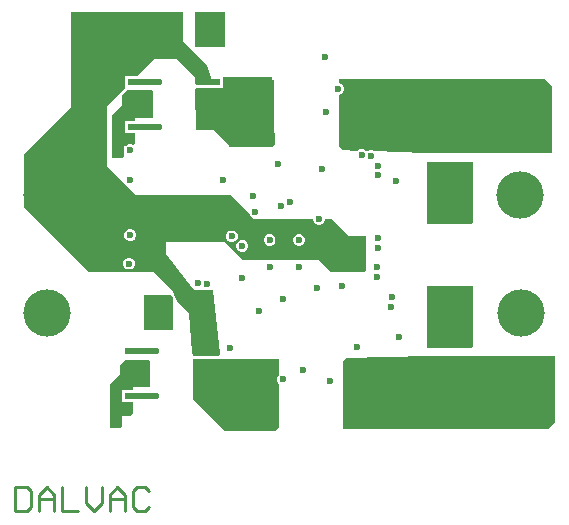
<source format=gtl>
G04*
G04 #@! TF.GenerationSoftware,Altium Limited,Altium Designer,24.1.2 (44)*
G04*
G04 Layer_Physical_Order=1*
G04 Layer_Color=255*
%FSLAX44Y44*%
%MOMM*%
G71*
G04*
G04 #@! TF.SameCoordinates,4217E398-C2CF-4D03-8A17-56E4B4A10716*
G04*
G04*
G04 #@! TF.FilePolarity,Positive*
G04*
G01*
G75*
%ADD10C,0.2000*%
%ADD11C,0.2540*%
%ADD12R,2.1000X0.6000*%
%ADD13R,2.5500X3.7500*%
%ADD14R,3.8500X5.5000*%
%ADD15R,0.9000X2.5000*%
%ADD22C,0.5000*%
%ADD23C,4.0000*%
%ADD24C,0.6000*%
G36*
X200000Y425000D02*
X175000D01*
Y455000D01*
X200000D01*
Y425000D01*
D02*
G37*
G36*
X165000Y430000D02*
X185000Y410000D01*
X190096Y394712D01*
X188927Y393089D01*
X175596D01*
X175329Y393909D01*
X175000Y395012D01*
Y400000D01*
X160000Y415000D01*
X140000D01*
X126050Y401050D01*
X115500D01*
Y391050D01*
X115500Y391050D01*
X115500D01*
X114497Y389497D01*
X100000Y375000D01*
Y325000D01*
X125000Y300000D01*
X205000D01*
X221711Y283289D01*
X221761Y283168D01*
X223168Y281761D01*
X223289Y281711D01*
X225000Y280000D01*
X275000D01*
Y279005D01*
X275761Y277168D01*
X277168Y275761D01*
X279005Y275000D01*
X280995D01*
X282832Y275761D01*
X284239Y277168D01*
X285000Y279005D01*
Y280000D01*
X290000D01*
X305000Y265000D01*
X320000D01*
Y245000D01*
Y240000D01*
X320000Y236414D01*
X318586Y235000D01*
X290000D01*
X280000Y245000D01*
X215000D01*
X200000Y260000D01*
X150000D01*
Y250000D01*
X173333Y220833D01*
X175000Y220000D01*
X190000D01*
X195841Y165488D01*
X194504Y164000D01*
X173333D01*
X172118Y167191D01*
X170000Y200000D01*
X160000Y210000D01*
X155000Y220000D01*
X140000Y235000D01*
X85000D01*
X30000Y290000D01*
Y335000D01*
X70000Y375000D01*
Y455000D01*
X165000D01*
Y430000D01*
D02*
G37*
G36*
X139006Y387939D02*
Y365805D01*
X138757Y365555D01*
X123780D01*
Y362950D01*
X115500D01*
Y352950D01*
X123780D01*
Y343554D01*
X122572Y342346D01*
X120995Y343000D01*
X119005D01*
X117168Y342239D01*
X116458Y341529D01*
X114772D01*
Y332592D01*
X113234Y331054D01*
X104837D01*
Y368174D01*
X112860Y376197D01*
Y384178D01*
X117390Y388709D01*
X124208D01*
X138104Y388834D01*
X139006Y387939D01*
D02*
G37*
G36*
X243000Y343000D02*
X241000Y341000D01*
X204000D01*
Y342000D01*
X191000Y355000D01*
X175489D01*
X174708Y390142D01*
X175596Y391050D01*
X198500D01*
Y400000D01*
X240000D01*
X243000Y343000D01*
D02*
G37*
G36*
X477000Y392000D02*
Y336000D01*
X370000D01*
X327502Y337214D01*
X326979Y337737D01*
X325141Y338498D01*
X323152D01*
X321315Y337737D01*
X320979Y337401D01*
X319238Y337450D01*
X318772Y337916D01*
X316935Y338678D01*
X314946D01*
X313108Y337916D01*
X312825Y337634D01*
X300000Y338000D01*
X297000Y341000D01*
Y385002D01*
X298832Y385761D01*
X300239Y387168D01*
X301000Y389005D01*
Y390995D01*
X300239Y392832D01*
X298832Y394239D01*
X297000Y394998D01*
Y398000D01*
X471000D01*
X477000Y392000D01*
D02*
G37*
G36*
X410692Y276910D02*
X409247Y275466D01*
X372080D01*
X371185Y276366D01*
X371469Y328124D01*
X371758Y328413D01*
X410692D01*
Y276910D01*
D02*
G37*
G36*
X156433Y212575D02*
Y185455D01*
X131433D01*
Y215455D01*
X154993D01*
X156433Y212575D01*
D02*
G37*
G36*
X410692Y171910D02*
X409247Y170466D01*
X372080D01*
X371185Y171366D01*
X371469Y223124D01*
X371758Y223413D01*
X410692D01*
Y171910D01*
D02*
G37*
G36*
X136538Y159760D02*
Y138548D01*
X135906Y137384D01*
X122227D01*
Y134950D01*
X113500D01*
Y124950D01*
X122227D01*
Y115383D01*
X120202Y113358D01*
X113219D01*
Y104421D01*
X111680Y102882D01*
X103284D01*
Y140003D01*
X111306Y148025D01*
Y156006D01*
X115837Y160537D01*
X122654D01*
X135636Y160654D01*
X136538Y159760D01*
D02*
G37*
G36*
X480000Y108000D02*
X474000Y102000D01*
X300000D01*
Y159000D01*
X303000Y162000D01*
X373000Y164000D01*
X480000D01*
Y108000D01*
D02*
G37*
G36*
X246000Y148071D02*
X244761Y146832D01*
X244000Y144995D01*
Y143005D01*
X244761Y141168D01*
X246000Y139929D01*
Y103000D01*
X243000Y100000D01*
X200000D01*
X173000Y127000D01*
Y161000D01*
X246000D01*
Y148071D01*
D02*
G37*
%LPC*%
G36*
X120995Y271000D02*
X119005D01*
X117168Y270239D01*
X115761Y268832D01*
X115000Y266995D01*
Y265005D01*
X115761Y263168D01*
X117168Y261761D01*
X119005Y261000D01*
X120995D01*
X122832Y261761D01*
X124239Y263168D01*
X125000Y265005D01*
Y266995D01*
X124239Y268832D01*
X122832Y270239D01*
X120995Y271000D01*
D02*
G37*
G36*
X206995Y270000D02*
X205005D01*
X203168Y269239D01*
X201761Y267832D01*
X201000Y265995D01*
Y264005D01*
X201761Y262168D01*
X203168Y260761D01*
X205005Y260000D01*
X206995D01*
X208832Y260761D01*
X210239Y262168D01*
X211000Y264005D01*
Y265995D01*
X210239Y267832D01*
X208832Y269239D01*
X206995Y270000D01*
D02*
G37*
G36*
X263995Y267000D02*
X262005D01*
X260168Y266239D01*
X258761Y264832D01*
X258000Y262995D01*
Y261005D01*
X258761Y259168D01*
X260168Y257761D01*
X262005Y257000D01*
X263995D01*
X265832Y257761D01*
X267239Y259168D01*
X268000Y261005D01*
Y262995D01*
X267239Y264832D01*
X265832Y266239D01*
X263995Y267000D01*
D02*
G37*
G36*
X238995D02*
X237005D01*
X235168Y266239D01*
X233761Y264832D01*
X233000Y262995D01*
Y261005D01*
X233761Y259168D01*
X235168Y257761D01*
X237005Y257000D01*
X238995D01*
X240832Y257761D01*
X242239Y259168D01*
X243000Y261005D01*
Y262995D01*
X242239Y264832D01*
X240832Y266239D01*
X238995Y267000D01*
D02*
G37*
G36*
X215995Y262000D02*
X214005D01*
X212168Y261239D01*
X210761Y259832D01*
X210000Y257995D01*
Y256005D01*
X210761Y254168D01*
X212168Y252761D01*
X214005Y252000D01*
X215995D01*
X217832Y252761D01*
X219239Y254168D01*
X220000Y256005D01*
Y257995D01*
X219239Y259832D01*
X217832Y261239D01*
X215995Y262000D01*
D02*
G37*
G36*
X119994Y247000D02*
X118005D01*
X116168Y246239D01*
X114761Y244832D01*
X114000Y242995D01*
Y241005D01*
X114761Y239168D01*
X116168Y237761D01*
X118005Y237000D01*
X119994D01*
X121832Y237761D01*
X123239Y239168D01*
X124000Y241005D01*
Y242995D01*
X123239Y244832D01*
X121832Y246239D01*
X119994Y247000D01*
D02*
G37*
%LPD*%
D10*
X386000Y357000D02*
X452000D01*
X386000D02*
Y358250D01*
X322750Y370000D02*
X374250D01*
X386000Y358250D01*
X322750Y130000D02*
X324000Y131250D01*
X386000Y143000D02*
X387000Y142000D01*
X374250Y131250D02*
X386000Y143000D01*
X387000Y144000D01*
X196735Y357950D02*
X211200D01*
X182270D02*
X196735D01*
X211200D02*
X223250Y370000D01*
X182270Y370650D02*
Y383350D01*
Y357950D02*
Y370650D01*
X221300Y131950D02*
X223250Y130000D01*
D11*
X22540Y52534D02*
Y32540D01*
X32537D01*
X35869Y35872D01*
Y49201D01*
X32537Y52534D01*
X22540D01*
X42534Y32540D02*
Y45869D01*
X49198Y52534D01*
X55863Y45869D01*
Y32540D01*
Y42537D01*
X42534D01*
X62527Y52534D02*
Y32540D01*
X75856D01*
X82521Y52534D02*
Y39204D01*
X89185Y32540D01*
X95850Y39204D01*
Y52534D01*
X102514Y32540D02*
Y45869D01*
X109179Y52534D01*
X115843Y45869D01*
Y32540D01*
Y42537D01*
X102514D01*
X135837Y49201D02*
X132505Y52534D01*
X125840D01*
X122508Y49201D01*
Y35872D01*
X125840Y32540D01*
X132505D01*
X135837Y35872D01*
D12*
X126000Y168050D02*
D03*
Y155350D02*
D03*
Y142650D02*
D03*
Y129950D02*
D03*
X184000Y168050D02*
D03*
Y155350D02*
D03*
Y142650D02*
D03*
Y129950D02*
D03*
X186000Y357950D02*
D03*
Y370650D02*
D03*
Y383350D02*
D03*
Y396050D02*
D03*
X128000Y357950D02*
D03*
Y370650D02*
D03*
Y383350D02*
D03*
Y396050D02*
D03*
D13*
X386000Y357000D02*
D03*
Y303000D02*
D03*
Y143000D02*
D03*
Y197000D02*
D03*
D14*
X223250Y130000D02*
D03*
X322750D02*
D03*
X223250Y370000D02*
D03*
X322750D02*
D03*
D15*
X150500Y441000D02*
D03*
X181500D02*
D03*
X150500Y200000D02*
D03*
X181500D02*
D03*
D22*
X126000Y168050D02*
X133500D01*
X135500D02*
X142230D01*
X128553Y129950D02*
X142230D01*
X131730Y396050D02*
X144230D01*
X131730Y357950D02*
X144230D01*
D23*
X452000Y357000D02*
D03*
X455000Y143000D02*
D03*
X450000Y300000D02*
D03*
X451000Y200000D02*
D03*
X50000D02*
D03*
Y300000D02*
D03*
D24*
X117677Y142479D02*
D03*
Y155178D02*
D03*
X108225Y137049D02*
D03*
Y127049D02*
D03*
Y117049D02*
D03*
Y107049D02*
D03*
X117800Y118236D02*
D03*
X119353Y346408D02*
D03*
X109778Y335221D02*
D03*
Y345221D02*
D03*
Y355221D02*
D03*
Y365221D02*
D03*
X185000Y225000D02*
D03*
X177268Y225199D02*
D03*
X324147Y333498D02*
D03*
X315940Y333678D02*
D03*
X341368Y213449D02*
D03*
X341188Y205242D02*
D03*
X328927Y238914D02*
D03*
X328747Y230707D02*
D03*
X330093Y263342D02*
D03*
X329913Y255135D02*
D03*
X329820Y316793D02*
D03*
X380000Y175000D02*
D03*
Y220000D02*
D03*
X405000Y190000D02*
D03*
Y205000D02*
D03*
X395000Y220000D02*
D03*
X392200Y174583D02*
D03*
Y279583D02*
D03*
X395000Y325000D02*
D03*
X405000Y310000D02*
D03*
Y295000D02*
D03*
X380000Y325000D02*
D03*
X137433Y199455D02*
D03*
Y189455D02*
D03*
Y209455D02*
D03*
X194000Y431000D02*
D03*
Y451000D02*
D03*
X280000Y280000D02*
D03*
X263000Y262000D02*
D03*
Y239000D02*
D03*
X238000D02*
D03*
Y262000D02*
D03*
X206000Y265000D02*
D03*
X226000Y286000D02*
D03*
X215000Y257000D02*
D03*
X330000Y325000D02*
D03*
X380000Y280000D02*
D03*
X285000Y417000D02*
D03*
X348000Y180000D02*
D03*
X278000Y221000D02*
D03*
X266000Y151500D02*
D03*
X255000Y294000D02*
D03*
X245000Y326000D02*
D03*
X248000Y291000D02*
D03*
X194000Y441000D02*
D03*
X119230Y383350D02*
D03*
Y370650D02*
D03*
X387000Y112000D02*
D03*
X215000Y230000D02*
D03*
X312000Y247000D02*
D03*
X345000Y312000D02*
D03*
X196735Y357950D02*
D03*
X195000Y132000D02*
D03*
X142230Y168050D02*
D03*
Y129950D02*
D03*
X144230Y357950D02*
D03*
Y396050D02*
D03*
X249000Y144000D02*
D03*
X121000Y290000D02*
D03*
X286000Y370000D02*
D03*
X296000Y390000D02*
D03*
X282000Y322000D02*
D03*
X289000Y143000D02*
D03*
X120000Y338000D02*
D03*
Y313000D02*
D03*
X119000Y242000D02*
D03*
X199000Y313000D02*
D03*
X224415Y298915D02*
D03*
X120000Y266000D02*
D03*
X299250Y222750D02*
D03*
X312000Y171000D02*
D03*
X249040Y212000D02*
D03*
X204250Y170250D02*
D03*
X229000Y202000D02*
D03*
M02*

</source>
